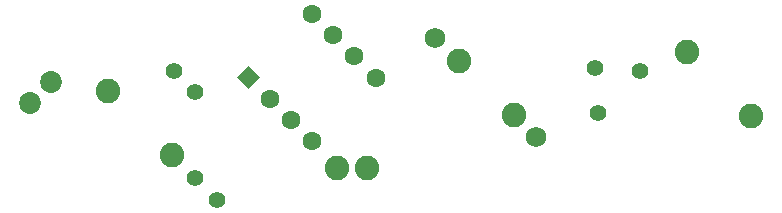
<source format=gbs>
G04 ---------------------------- Layer name :BOTTOM SOLDER LAYER*
G04 easyEDA 0.1*
G04 Scale: 100 percent, Rotated: No, Reflected: No *
G04 Dimensions in inches *
G04 leading zeros omitted , absolute positions ,2 integer and 4 * 
%FSLAX24Y24*%
%MOIN*%
G90*
G70D02*

%ADD11C,0.082000*%
%ADD13C,0.073000*%
%ADD15C,0.055200*%
%ADD17C,0.055000*%
%ADD20C,0.063000*%
%ADD22C,0.068000*%

%LPD*%
G54D11*
G01X18751Y5365D03*
G01X17751Y5365D03*
G01X21822Y8934D03*
G01X23632Y7123D03*
G54D13*
G01X8209Y8226D03*
G01X7501Y7519D03*
G54D11*
G01X10123Y7932D03*
G01X12244Y5811D03*
G54D15*
G01X27864Y8605D03*
G01X26450Y7190D03*
G01X26365Y8690D03*
G54D17*
G01X13027Y5015D03*
G01X13735Y4309D03*
G01X13017Y7892D03*
G01X12306Y8600D03*
G36*
G01X14794Y8773D02*
G01X15182Y8384D01*
G01X14794Y7996D01*
G01X14405Y8384D01*
G01X14794Y8773D01*
G37*
G54D20*
G01X15500Y7673D03*
G01X16207Y6965D03*
G01X16915Y6259D03*
G01X19036Y8380D03*
G01X18328Y9088D03*
G01X17622Y9794D03*
G01X16915Y10501D03*
G54D22*
G01X24373Y6409D03*
G01X21027Y9703D03*
G54D11*
G01X31546Y7101D03*
G01X29423Y9223D03*

M00*
M02*
</source>
